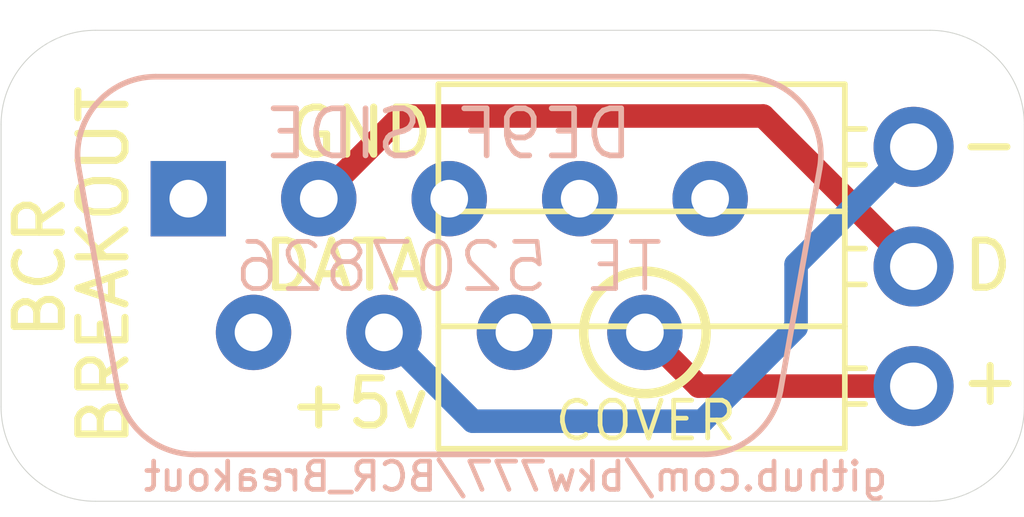
<source format=kicad_pcb>
(kicad_pcb (version 20171130) (host pcbnew 5.1.6-c6e7f7d~87~ubuntu19.10.1)

  (general
    (thickness 1.6)
    (drawings 27)
    (tracks 10)
    (zones 0)
    (modules 2)
    (nets 4)
  )

  (page A4)
  (layers
    (0 F.Cu signal)
    (31 B.Cu signal)
    (32 B.Adhes user)
    (33 F.Adhes user)
    (34 B.Paste user)
    (35 F.Paste user)
    (36 B.SilkS user)
    (37 F.SilkS user)
    (38 B.Mask user)
    (39 F.Mask user)
    (40 Dwgs.User user hide)
    (41 Cmts.User user hide)
    (42 Eco1.User user hide)
    (43 Eco2.User user hide)
    (44 Edge.Cuts user)
    (45 Margin user hide)
    (46 B.CrtYd user hide)
    (47 F.CrtYd user hide)
    (48 B.Fab user hide)
    (49 F.Fab user hide)
  )

  (setup
    (last_trace_width 0.5)
    (user_trace_width 0.5)
    (trace_clearance 0.16)
    (zone_clearance 0.508)
    (zone_45_only no)
    (trace_min 0.16)
    (via_size 0.42)
    (via_drill 0.26)
    (via_min_size 0.42)
    (via_min_drill 0.26)
    (uvia_size 0.3)
    (uvia_drill 0.1)
    (uvias_allowed no)
    (uvia_min_size 0.2)
    (uvia_min_drill 0.1)
    (edge_width 0.02)
    (segment_width 0.2)
    (pcb_text_width 0.3)
    (pcb_text_size 1.5 1.5)
    (mod_edge_width 0.1016)
    (mod_text_size 1 1)
    (mod_text_width 0.15)
    (pad_size 1.6 1.6)
    (pad_drill 0.8)
    (pad_to_mask_clearance 0)
    (aux_axis_origin 0 0)
    (grid_origin 127 95.758)
    (visible_elements FFFFFF7F)
    (pcbplotparams
      (layerselection 0x010fc_ffffffff)
      (usegerberextensions false)
      (usegerberattributes false)
      (usegerberadvancedattributes false)
      (creategerberjobfile false)
      (excludeedgelayer true)
      (linewidth 0.100000)
      (plotframeref false)
      (viasonmask false)
      (mode 1)
      (useauxorigin false)
      (hpglpennumber 1)
      (hpglpenspeed 20)
      (hpglpendiameter 15.000000)
      (psnegative false)
      (psa4output false)
      (plotreference true)
      (plotvalue true)
      (plotinvisibletext false)
      (padsonsilk false)
      (subtractmaskfromsilk false)
      (outputformat 1)
      (mirror false)
      (drillshape 1)
      (scaleselection 1)
      (outputdirectory ""))
  )

  (net 0 "")
  (net 1 /+5V)
  (net 2 /GND)
  (net 3 /RXD)

  (net_class Default "This is the default net class."
    (clearance 0.16)
    (trace_width 0.16)
    (via_dia 0.42)
    (via_drill 0.26)
    (uvia_dia 0.3)
    (uvia_drill 0.1)
    (add_net /+5V)
    (add_net /GND)
    (add_net /RXD)
  )

  (module 0_LOCAL:TE-5207826_cut (layer B.Cu) (tedit 5F29E510) (tstamp 5F10118B)
    (at 121.475 94.333 180)
    (descr "9-pin D-Sub connector, straight/vertical, THT-mount, female, pitch 2.77x2.84mm, distance of mounting holes 25mm, see https://disti-assets.s3.amazonaws.com/tonar/files/datasheets/16730.pdf")
    (tags "9-pin D-Sub connector straight vertical THT female pitch 2.77x2.84mm mounting holes distance 25mm")
    (path /5F0C8236)
    (fp_text reference CN1 (at -5.5372 1.7018) (layer B.SilkS) hide
      (effects (font (size 1 1) (thickness 0.15)) (justify mirror))
    )
    (fp_text value DB9_Female (at -5.54 -8.73) (layer B.Fab)
      (effects (font (size 1 1) (thickness 0.15)) (justify mirror))
    )
    (fp_line (start 2.9 3.91) (end -13.95 3.91) (layer B.CrtYd) (width 0.05))
    (fp_line (start 2.9 -6.74) (end 2.9 3.91) (layer B.CrtYd) (width 0.05))
    (fp_line (start -13.95 -6.74) (end 2.9 -6.74) (layer B.CrtYd) (width 0.05))
    (fp_line (start -13.95 3.91) (end -13.95 -6.74) (layer B.CrtYd) (width 0.05))
    (fp_line (start -13.40647 0.641744) (end -12.577733 -4.058256) (layer B.SilkS) (width 0.12))
    (fp_line (start 2.32647 0.641744) (end 1.497733 -4.058256) (layer B.SilkS) (width 0.12))
    (fp_line (start -10.942952 -5.43) (end -0.137048 -5.43) (layer B.SilkS) (width 0.12))
    (fp_line (start -11.771689 2.59) (end 0.691689 2.59) (layer B.SilkS) (width 0.12))
    (fp_line (start -13.358887 0.652163) (end -12.53015 -4.047837) (layer B.Fab) (width 0.1))
    (fp_line (start 2.278887 0.652163) (end 1.45015 -4.047837) (layer B.Fab) (width 0.1))
    (fp_line (start -10.954457 -5.37) (end -0.125543 -5.37) (layer B.Fab) (width 0.1))
    (fp_line (start -11.783194 2.53) (end 0.703194 2.53) (layer B.Fab) (width 0.1))
    (fp_line (start -5.54 -0.82) (end -5.54 -2.02) (layer Dwgs.User) (width 0.01))
    (fp_line (start -6.54 -1.42) (end -4.54 -1.42) (layer Dwgs.User) (width 0.01))
    (fp_text user %R (at -5.54 -1.42) (layer B.Fab)
      (effects (font (size 1 1) (thickness 0.15)) (justify mirror))
    )
    (fp_arc (start -0.137048 -3.77) (end -0.137048 -5.43) (angle 80) (layer B.SilkS) (width 0.12))
    (fp_arc (start -10.942952 -3.77) (end -10.942952 -5.43) (angle -80) (layer B.SilkS) (width 0.12))
    (fp_arc (start 0.691689 0.93) (end 0.691689 2.59) (angle -100) (layer B.SilkS) (width 0.12))
    (fp_arc (start -11.771689 0.93) (end -11.771689 2.59) (angle 100) (layer B.SilkS) (width 0.12))
    (fp_arc (start -0.125543 -3.77) (end -0.125543 -5.37) (angle 80) (layer B.Fab) (width 0.1))
    (fp_arc (start -10.954457 -3.77) (end -10.954457 -5.37) (angle -80) (layer B.Fab) (width 0.1))
    (fp_arc (start 0.703194 0.93) (end 0.703194 2.53) (angle -100) (layer B.Fab) (width 0.1))
    (fp_arc (start -11.783194 0.93) (end -11.783194 2.53) (angle 100) (layer B.Fab) (width 0.1))
    (pad 9 thru_hole circle (at -9.695 -2.84 180) (size 1.6 1.6) (drill 0.8) (layers *.Cu *.Mask)
      (net 1 /+5V))
    (pad 8 thru_hole circle (at -6.925 -2.84 180) (size 1.6 1.6) (drill 0.8) (layers *.Cu *.Mask))
    (pad 7 thru_hole circle (at -4.155 -2.84 180) (size 1.6 1.6) (drill 0.8) (layers *.Cu *.Mask)
      (net 2 /GND))
    (pad 6 thru_hole circle (at -1.385 -2.84 180) (size 1.6 1.6) (drill 0.8) (layers *.Cu *.Mask))
    (pad 5 thru_hole circle (at -11.08 0 180) (size 1.6 1.6) (drill 0.8) (layers *.Cu *.Mask))
    (pad 4 thru_hole circle (at -8.31 0 180) (size 1.6 1.6) (drill 0.8) (layers *.Cu *.Mask))
    (pad 3 thru_hole circle (at -5.54 0 180) (size 1.6 1.6) (drill 0.8) (layers *.Cu *.Mask))
    (pad 2 thru_hole circle (at -2.77 0 180) (size 1.6 1.6) (drill 0.8) (layers *.Cu *.Mask)
      (net 3 /RXD))
    (pad 1 thru_hole rect (at 0 0 180) (size 1.6 1.6) (drill 0.8) (layers *.Cu *.Mask))
    (model ${KIPRJMOD}/3dmodels/TE-5207826_cut.step
      (offset (xyz -5.528 -1.42 11.5))
      (scale (xyz 1 1 1))
      (rotate (xyz 0 0 0))
    )
  )

  (module 0_LOCAL:Socket_Strip_Angled_1x03_Pitch2.54mm (layer F.Cu) (tedit 5F178664) (tstamp 5F178553)
    (at 136.875 93.233)
    (descr "Through hole angled socket strip, 1x03, 2.54mm pitch, 8.51mm socket length, single row")
    (tags "Through hole angled socket strip THT 1x03 2.54mm single row")
    (path /5F0C3585)
    (fp_text reference CN2 (at -4.38 -2.27) (layer F.SilkS) hide
      (effects (font (size 1 1) (thickness 0.15)))
    )
    (fp_text value UE27AC54100 (at -4.38 7.35) (layer F.Fab)
      (effects (font (size 1 1) (thickness 0.15)))
    )
    (fp_line (start -1.52 -1.27) (end -1.52 1.27) (layer F.Fab) (width 0.1))
    (fp_line (start -1.52 1.27) (end -10.03 1.27) (layer F.Fab) (width 0.1))
    (fp_line (start -10.03 1.27) (end -10.03 -1.27) (layer F.Fab) (width 0.1))
    (fp_line (start -10.03 -1.27) (end -1.52 -1.27) (layer F.Fab) (width 0.1))
    (fp_line (start 0 -0.32) (end 0 0.32) (layer F.Fab) (width 0.1))
    (fp_line (start 0 0.32) (end -1.52 0.32) (layer F.Fab) (width 0.1))
    (fp_line (start -1.52 0.32) (end -1.52 -0.32) (layer F.Fab) (width 0.1))
    (fp_line (start -1.52 -0.32) (end 0 -0.32) (layer F.Fab) (width 0.1))
    (fp_line (start -1.52 1.27) (end -1.52 3.81) (layer F.Fab) (width 0.1))
    (fp_line (start -1.52 3.81) (end -10.03 3.81) (layer F.Fab) (width 0.1))
    (fp_line (start -10.03 3.81) (end -10.03 1.27) (layer F.Fab) (width 0.1))
    (fp_line (start -10.03 1.27) (end -1.52 1.27) (layer F.Fab) (width 0.1))
    (fp_line (start 0 2.22) (end 0 2.86) (layer F.Fab) (width 0.1))
    (fp_line (start 0 2.86) (end -1.52 2.86) (layer F.Fab) (width 0.1))
    (fp_line (start -1.52 2.86) (end -1.52 2.22) (layer F.Fab) (width 0.1))
    (fp_line (start -1.52 2.22) (end 0 2.22) (layer F.Fab) (width 0.1))
    (fp_line (start -1.52 3.81) (end -1.52 6.35) (layer F.Fab) (width 0.1))
    (fp_line (start -1.52 6.35) (end -10.03 6.35) (layer F.Fab) (width 0.1))
    (fp_line (start -10.03 6.35) (end -10.03 3.81) (layer F.Fab) (width 0.1))
    (fp_line (start -10.03 3.81) (end -1.52 3.81) (layer F.Fab) (width 0.1))
    (fp_line (start 0 4.76) (end 0 5.4) (layer F.Fab) (width 0.1))
    (fp_line (start 0 5.4) (end -1.52 5.4) (layer F.Fab) (width 0.1))
    (fp_line (start -1.52 5.4) (end -1.52 4.76) (layer F.Fab) (width 0.1))
    (fp_line (start -1.52 4.76) (end 0 4.76) (layer F.Fab) (width 0.1))
    (fp_line (start -1.46 -1.33) (end -1.46 1.27) (layer F.SilkS) (width 0.12))
    (fp_line (start -10.09 1.27) (end -10.09 -1.33) (layer F.SilkS) (width 0.12))
    (fp_line (start -10.09 -1.33) (end -1.46 -1.33) (layer F.SilkS) (width 0.12))
    (fp_line (start -1.03 -0.38) (end -1.46 -0.38) (layer F.SilkS) (width 0.12))
    (fp_line (start -1.03 0.38) (end -1.46 0.38) (layer F.SilkS) (width 0.12))
    (fp_line (start -1.46 1.37) (end -10.09 1.37) (layer F.SilkS) (width 0.12))
    (fp_line (start -1.46 1.27) (end -1.46 3.81) (layer F.SilkS) (width 0.12))
    (fp_line (start -1.46 3.81) (end -10.09 3.81) (layer F.SilkS) (width 0.12))
    (fp_line (start -10.09 3.81) (end -10.09 1.27) (layer F.SilkS) (width 0.12))
    (fp_line (start -1.03 2.16) (end -1.46 2.16) (layer F.SilkS) (width 0.12))
    (fp_line (start -1.03 2.92) (end -1.46 2.92) (layer F.SilkS) (width 0.12))
    (fp_line (start -1.46 3.81) (end -1.46 6.41) (layer F.SilkS) (width 0.12))
    (fp_line (start -1.46 6.41) (end -10.09 6.41) (layer F.SilkS) (width 0.12))
    (fp_line (start -10.09 6.41) (end -10.09 3.81) (layer F.SilkS) (width 0.12))
    (fp_line (start -10.09 3.81) (end -1.46 3.81) (layer F.SilkS) (width 0.12))
    (fp_line (start -1.03 4.7) (end -1.46 4.7) (layer F.SilkS) (width 0.12))
    (fp_line (start -1.03 5.46) (end -1.46 5.46) (layer F.SilkS) (width 0.12))
    (fp_line (start 1.8 -1.8) (end 1.8 6.85) (layer F.CrtYd) (width 0.05))
    (fp_line (start 1.8 6.85) (end -10.55 6.85) (layer F.CrtYd) (width 0.05))
    (fp_line (start -10.55 6.85) (end -10.55 -1.8) (layer F.CrtYd) (width 0.05))
    (fp_line (start -10.55 -1.8) (end 1.8 -1.8) (layer F.CrtYd) (width 0.05))
    (fp_text user %R (at -4.38 -2.27) (layer F.Fab)
      (effects (font (size 1 1) (thickness 0.15)))
    )
    (pad 1 thru_hole circle (at 0 0) (size 1.7 1.7) (drill 1) (layers *.Cu *.Mask)
      (net 2 /GND))
    (pad 2 thru_hole oval (at 0 2.54) (size 1.7 1.7) (drill 1) (layers *.Cu *.Mask)
      (net 3 /RXD))
    (pad 3 thru_hole oval (at 0 5.08) (size 1.7 1.7) (drill 1) (layers *.Cu *.Mask)
      (net 1 /+5V))
    (model ${KIPRJMOD}/3dmodels/PinSocket_1x03_P2.54mm_Horizontal.step
      (at (xyz 0 0 0))
      (scale (xyz 1 1 1))
      (rotate (xyz 0 0 0))
    )
  )

  (gr_text COVER (at 131.19 99.048) (layer F.SilkS)
    (effects (font (size 0.8 0.8) (thickness 0.1)))
  )
  (gr_circle (center 131.17 97.173) (end 132.47 97.173) (layer F.SilkS) (width 0.2))
  (gr_arc (start 137.225 92.758) (end 139.225 92.758) (angle -90) (layer Edge.Cuts) (width 0.02) (tstamp 5F17A265))
  (gr_arc (start 119.5 92.758) (end 119.5 90.758) (angle -90) (layer Edge.Cuts) (width 0.02) (tstamp 5F17A255))
  (gr_arc (start 119.5 98.758) (end 117.5 98.758) (angle -90) (layer Edge.Cuts) (width 0.02) (tstamp 5F17A246))
  (gr_arc (start 137.225 98.758) (end 137.225 100.758) (angle -90) (layer Edge.Cuts) (width 0.02))
  (gr_text +5v (at 125.1 98.683) (layer F.SilkS) (tstamp 5F179331)
    (effects (font (size 1 1) (thickness 0.15)))
  )
  (gr_text DATA (at 124.825 95.758) (layer F.SilkS) (tstamp 5F179307)
    (effects (font (size 1 1) (thickness 0.15)))
  )
  (gr_text GND (at 125.125 92.933) (layer F.SilkS) (tstamp 5F1792DD)
    (effects (font (size 1 1) (thickness 0.15)))
  )
  (gr_text BCR (at 118.325 95.783 90) (layer F.SilkS) (tstamp 5F17888A)
    (effects (font (size 1 1) (thickness 0.15)))
  )
  (gr_text BREAKOUT (at 119.675 95.758 90) (layer F.SilkS) (tstamp 5F1791E6)
    (effects (font (size 1 1) (thickness 0.15)))
  )
  (gr_text D (at 138.45 95.758) (layer F.SilkS) (tstamp 5F17863C)
    (effects (font (size 1 1) (thickness 0.15)))
  )
  (gr_text + (at 138.5 98.183) (layer F.SilkS) (tstamp 5F178639)
    (effects (font (size 1 1) (thickness 0.15)))
  )
  (gr_text - (at 138.475 93.158) (layer F.SilkS) (tstamp 5F1782B3)
    (effects (font (size 1 1) (thickness 0.15)))
  )
  (gr_line (start 117.5 98.758) (end 117.5 92.758) (layer Edge.Cuts) (width 0.02) (tstamp 5F177F72))
  (gr_line (start 137.225 90.758) (end 119.5 90.758) (layer Edge.Cuts) (width 0.02) (tstamp 5F177F65))
  (gr_line (start 137.225 100.758) (end 119.5 100.758) (layer Edge.Cuts) (width 0.02))
  (gr_line (start 139.225 98.758) (end 139.225 92.758) (layer Edge.Cuts) (width 0.02) (tstamp 5F177F4A))
  (gr_line (start 136.6 90.408) (end 136.6 101.108) (layer Dwgs.User) (width 0.15) (tstamp 5F0FEDB0))
  (gr_line (start 117.4 90.408) (end 136.6 90.408) (layer Dwgs.User) (width 0.15))
  (gr_line (start 117.4 101.108) (end 117.4 90.408) (layer Dwgs.User) (width 0.15))
  (gr_line (start 117.4 101.108) (end 136.6 101.108) (layer Dwgs.User) (width 0.15))
  (gr_text "TE 5207826" (at 127 95.783) (layer B.SilkS) (tstamp 5F0FB6BF)
    (effects (font (size 1 1) (thickness 0.1)) (justify mirror))
  )
  (gr_text github.com/bkw777/BCR_Breakout (at 128.425 100.233) (layer B.SilkS) (tstamp 5F0FA981)
    (effects (font (size 0.6 0.6) (thickness 0.1)) (justify mirror))
  )
  (gr_line (start 114.3 87.376) (end 139.7 104.14) (layer Dwgs.User) (width 0.0254))
  (gr_line (start 114.3 104.14) (end 139.7 87.376) (layer Dwgs.User) (width 0.0254))
  (gr_text "DE9F SIDE" (at 127 92.958) (layer B.SilkS)
    (effects (font (size 1 1) (thickness 0.12)) (justify mirror))
  )

  (segment (start 132.31 98.313) (end 136.875 98.313) (width 0.5) (layer F.Cu) (net 1))
  (segment (start 131.17 97.173) (end 132.31 98.313) (width 0.5) (layer F.Cu) (net 1))
  (segment (start 134.38 95.728) (end 136.875 93.233) (width 0.5) (layer B.Cu) (net 2))
  (segment (start 132.39 99.058) (end 134.38 97.068) (width 0.5) (layer B.Cu) (net 2))
  (segment (start 134.38 97.068) (end 134.38 95.728) (width 0.5) (layer B.Cu) (net 2))
  (segment (start 125.63 97.173) (end 127.515 99.058) (width 0.5) (layer B.Cu) (net 2))
  (segment (start 127.515 99.058) (end 132.39 99.058) (width 0.5) (layer B.Cu) (net 2))
  (segment (start 136.875 95.773) (end 133.68 92.578) (width 0.5) (layer F.Cu) (net 3))
  (segment (start 126 92.578) (end 124.245 94.333) (width 0.5) (layer F.Cu) (net 3))
  (segment (start 133.68 92.578) (end 126 92.578) (width 0.5) (layer F.Cu) (net 3))

)

</source>
